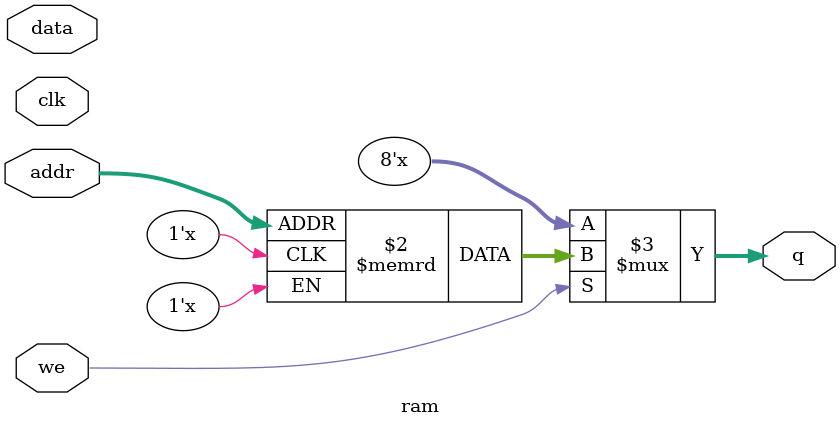
<source format=v>
module ram #(
    parameter ADDR_WIDTH=6,
    parameter DATA_WIDTH=8
) (
    input [DATA_WIDTH-1:0] data,
    input [ADDR_WIDTH-1:0] addr,
    input we, clk,
    output [7:0] q
);
reg [DATA_WIDTH-1:0] ram[2**ADDR_WIDTH-1:0];
// when we is high, write data to ram at address addr
// assign the ram value at address addr to q
assign q = (we==1'b1) ? ram[addr] : 8'bz;

initial
begin
end
endmodule

</source>
